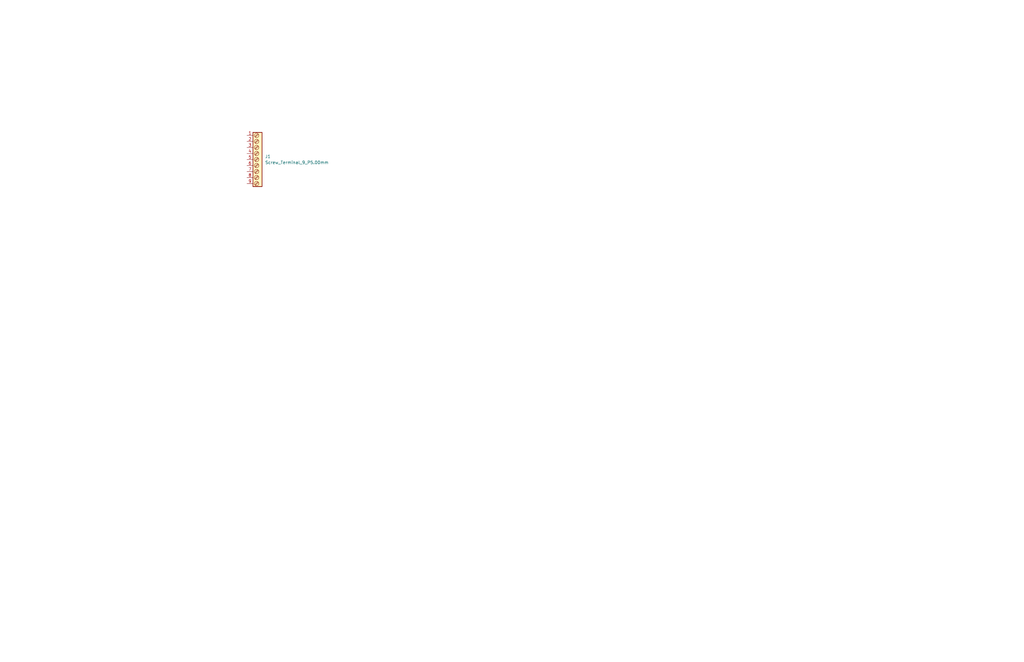
<source format=kicad_sch>
(kicad_sch (version 20250114) (generator "eeschema") (generator_version "9.0")
  (paper "USLedger")
  (lib_symbols
    (symbol "PCM_SL_Screw_Terminal:Screw_Terminal_9_P5.00mm"
      (property "Reference" "J" (at 0 12.7 0))
      (property "Value" "Screw_Terminal_9_P5.00mm" (at 1.27 -12.7 0))
      (symbol "Screw_Terminal_9_P5.00mm_0_1"
        (rectangle (start -1.27 11.43) (end 2.54 -11.43) (stroke (width 0.3)) (fill (type background)))
        (polyline (pts (xy -0.254 9.398) (xy 1.016 10.668)))
        (polyline (pts (xy -0.254 6.858) (xy 1.016 8.128)))
        (polyline (pts (xy -0.254 4.318) (xy 1.016 5.588)))
        (polyline (pts (xy -0.254 1.778) (xy 1.016 3.048)))
        (polyline (pts (xy -0.254 -0.762) (xy 1.016 0.508)))
        (polyline (pts (xy -0.254 -3.302) (xy 1.016 -2.032)))
        (polyline (pts (xy -0.254 -5.842) (xy 1.016 -4.572)))
        (polyline (pts (xy -0.254 -8.382) (xy 1.016 -7.112)))
        (polyline (pts (xy -0.254 -10.922) (xy 1.016 -9.652)))
        (polyline (pts (xy 0 10.16) (xy -0.508 9.652) (xy 0.762 10.922)))
        (polyline (pts (xy 0 7.62) (xy -0.508 7.112) (xy 0.762 8.382)))
        (polyline (pts (xy 0 5.08) (xy -0.508 4.572) (xy 0.762 5.842)))
        (polyline (pts (xy 0 2.54) (xy -0.508 2.032) (xy 0.762 3.302)))
        (polyline (pts (xy 0 0) (xy -0.508 -0.508) (xy 0.762 0.762)))
        (polyline (pts (xy 0 -2.54) (xy -0.508 -3.048) (xy 0.762 -1.778)))
        (polyline (pts (xy 0 -5.08) (xy -0.508 -5.588) (xy 0.762 -4.318)))
        (polyline (pts (xy 0 -7.62) (xy -0.508 -8.128) (xy 0.762 -6.858)))
        (polyline (pts (xy 0 -10.16) (xy -0.508 -10.668) (xy 0.762 -9.398)))
        (circle (center 0.254 10.16) (radius 0.9158))
        (circle (center 0.254 7.62) (radius 0.9158))
        (circle (center 0.254 5.08) (radius 0.9158))
        (circle (center 0.254 2.54) (radius 0.9158))
        (circle (center 0.254 0) (radius 0.9158))
        (circle (center 0.254 -2.54) (radius 0.9158))
        (circle (center 0.254 -5.08) (radius 0.9158))
        (circle (center 0.254 -7.62) (radius 0.9158))
        (circle (center 0.254 -10.16) (radius 0.9158))
      )
      (symbol "Screw_Terminal_9_P5.00mm_1_1"
        (pin passive line (at -3.81 10.16 0) (length 2.54) (name "") (number "1"))
        (pin passive line (at -3.81 7.62 0) (length 2.54) (name "") (number "2"))
        (pin passive line (at -3.81 5.08 0) (length 2.54) (name "") (number "3"))
        (pin passive line (at -3.81 2.54 0) (length 2.54) (name "") (number "4"))
        (pin passive line (at -3.81 0 0) (length 2.54) (name "") (number "5"))
        (pin passive line (at -3.81 -2.54 0) (length 2.54) (name "") (number "6"))
        (pin passive line (at -3.81 -5.08 0) (length 2.54) (name "") (number "7"))
        (pin passive line (at -3.81 -7.62 0) (length 2.54) (name "") (number "8"))
        (pin passive line (at -3.81 -10.16 0) (length 2.54) (name "") (number "9"))
      )
    )
  )
  (symbol (lib_id "PCM_SL_Screw_Terminal:Screw_Terminal_9_P5.00mm") (at 107.95 67.31 0) (unit 1)
    (property "Reference" "J1" (at 111.76 66.0399 0) (effects (justify left)))
    (property "Value" "Screw_Terminal_9_P5.00mm" (at 111.76 68.5799 0) (effects (justify left)))
    (property "Footprint" "TerminalBlock_Phoenix:TerminalBlock_Phoenix_PT-1,5-9-5.0-H_1x09_P5.00mm_Horizontal" (effects (hide yes)))
  )
)
</source>
